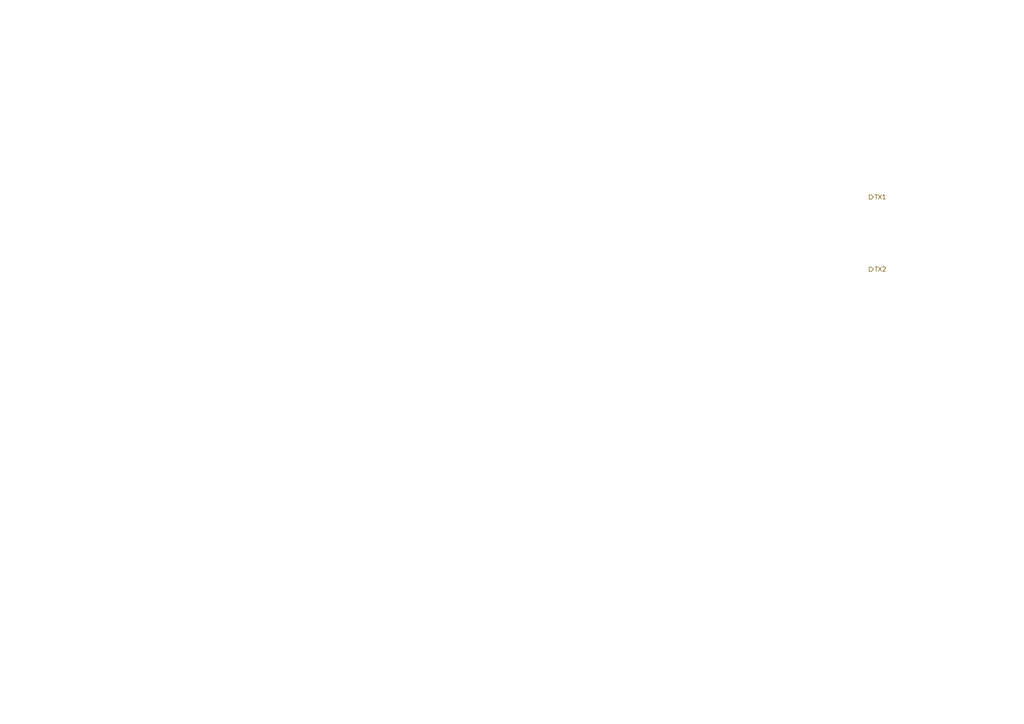
<source format=kicad_sch>
(kicad_sch (version 20211123) (generator eeschema)
  (paper "A4")
  (lib_symbols)
  (hierarchical_label "TX2" (shape output) (at 252.095 78.105 0))
  (hierarchical_label "TX1" (shape output) (at 252.095 57.15 0))
)
</source>
